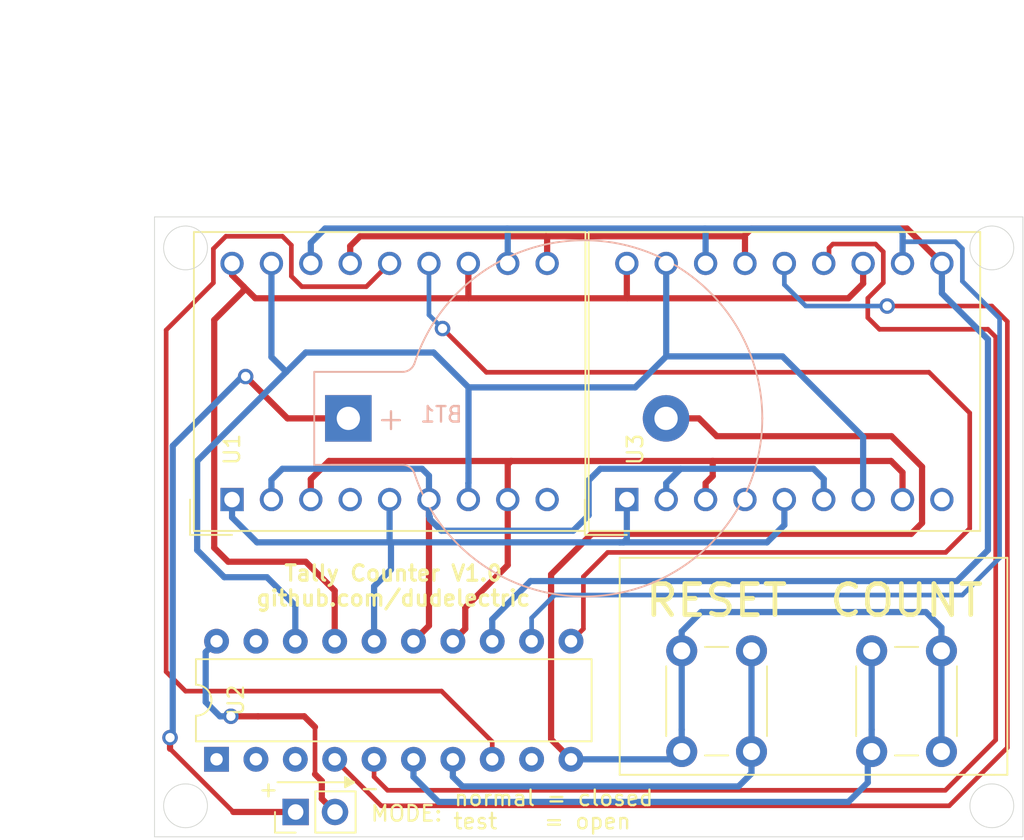
<source format=kicad_pcb>
(kicad_pcb (version 20171130) (host pcbnew "(5.1.5)-3")

  (general
    (thickness 1.6)
    (drawings 30)
    (tracks 241)
    (zones 0)
    (modules 7)
    (nets 17)
  )

  (page A4)
  (layers
    (0 F.Cu signal)
    (31 B.Cu signal)
    (32 B.Adhes user hide)
    (33 F.Adhes user hide)
    (34 B.Paste user)
    (35 F.Paste user hide)
    (36 B.SilkS user)
    (37 F.SilkS user)
    (38 B.Mask user hide)
    (39 F.Mask user hide)
    (40 Dwgs.User user)
    (41 Cmts.User user hide)
    (42 Eco1.User user hide)
    (43 Eco2.User user hide)
    (44 Edge.Cuts user)
    (45 Margin user hide)
    (46 B.CrtYd user hide)
    (47 F.CrtYd user hide)
    (48 B.Fab user hide)
    (49 F.Fab user hide)
  )

  (setup
    (last_trace_width 0.3)
    (user_trace_width 0.3)
    (user_trace_width 0.4)
    (trace_clearance 0.2)
    (zone_clearance 0.508)
    (zone_45_only no)
    (trace_min 0.2)
    (via_size 0.8)
    (via_drill 0.4)
    (via_min_size 0.4)
    (via_min_drill 0.3)
    (user_via 1 0.6)
    (uvia_size 0.3)
    (uvia_drill 0.1)
    (uvias_allowed no)
    (uvia_min_size 0.2)
    (uvia_min_drill 0.1)
    (edge_width 0.05)
    (segment_width 0.2)
    (pcb_text_width 0.3)
    (pcb_text_size 1.5 1.5)
    (mod_edge_width 0.12)
    (mod_text_size 1 1)
    (mod_text_width 0.15)
    (pad_size 1.524 1.524)
    (pad_drill 0.762)
    (pad_to_mask_clearance 0.051)
    (solder_mask_min_width 0.25)
    (aux_axis_origin 0 0)
    (visible_elements 7FFFFFFF)
    (pcbplotparams
      (layerselection 0x010fc_ffffffff)
      (usegerberextensions false)
      (usegerberattributes false)
      (usegerberadvancedattributes false)
      (creategerberjobfile false)
      (excludeedgelayer true)
      (linewidth 0.100000)
      (plotframeref false)
      (viasonmask false)
      (mode 1)
      (useauxorigin false)
      (hpglpennumber 1)
      (hpglpenspeed 20)
      (hpglpendiameter 15.000000)
      (psnegative false)
      (psa4output false)
      (plotreference true)
      (plotvalue true)
      (plotinvisibletext false)
      (padsonsilk false)
      (subtractmaskfromsilk false)
      (outputformat 1)
      (mirror false)
      (drillshape 1)
      (scaleselection 1)
      (outputdirectory ""))
  )

  (net 0 "")
  (net 1 GND)
  (net 2 "Net-(BT1-Pad1)")
  (net 3 "Net-(SW1-Pad1)")
  (net 4 "Net-(SW2-Pad1)")
  (net 5 "Net-(U1-Pad12)")
  (net 6 "Net-(U1-Pad17)")
  (net 7 "Net-(U1-Pad11)")
  (net 8 "Net-(U1-Pad10)")
  (net 9 "Net-(U1-Pad14)")
  (net 10 "Net-(U1-Pad13)")
  (net 11 "Net-(U1-Pad3)")
  (net 12 "Net-(U1-Pad2)")
  (net 13 "Net-(U1-Pad1)")
  (net 14 "Net-(U2-Pad4)")
  (net 15 "Net-(U2-Pad5)")
  (net 16 "Net-(J1-Pad2)")

  (net_class Default "This is the default net class."
    (clearance 0.2)
    (trace_width 0.25)
    (via_dia 0.8)
    (via_drill 0.4)
    (uvia_dia 0.3)
    (uvia_drill 0.1)
    (add_net GND)
    (add_net "Net-(BT1-Pad1)")
    (add_net "Net-(J1-Pad2)")
    (add_net "Net-(SW1-Pad1)")
    (add_net "Net-(SW2-Pad1)")
    (add_net "Net-(U1-Pad1)")
    (add_net "Net-(U1-Pad10)")
    (add_net "Net-(U1-Pad11)")
    (add_net "Net-(U1-Pad12)")
    (add_net "Net-(U1-Pad13)")
    (add_net "Net-(U1-Pad14)")
    (add_net "Net-(U1-Pad17)")
    (add_net "Net-(U1-Pad2)")
    (add_net "Net-(U1-Pad3)")
    (add_net "Net-(U2-Pad4)")
    (add_net "Net-(U2-Pad5)")
  )

  (module Battery:BatteryHolder_Keystone_103_1x20mm (layer B.Cu) (tedit 5787C32C) (tstamp 5EB65A31)
    (at 183.5 35)
    (descr http://www.keyelco.com/product-pdf.cfm?p=719)
    (tags "Keystone type 103 battery holder")
    (path /5EB88A9C)
    (fp_text reference BT1 (at 6 -0.25 180) (layer B.SilkS)
      (effects (font (size 1 1) (thickness 0.15)) (justify mirror))
    )
    (fp_text value Battery_Cell (at 15 -13 180) (layer B.Fab)
      (effects (font (size 1 1) (thickness 0.15)) (justify mirror))
    )
    (fp_text user + (at 2.75 0 180) (layer B.SilkS)
      (effects (font (size 1.5 1.5) (thickness 0.15)) (justify mirror))
    )
    (fp_text user %R (at 0 0 180) (layer B.Fab)
      (effects (font (size 1 1) (thickness 0.15)) (justify mirror))
    )
    (fp_arc (start 15.2 0) (end 4.01 -3.6) (angle 162.5) (layer B.CrtYd) (width 0.05))
    (fp_arc (start 15.2 0) (end 4.01 3.6) (angle -162.5) (layer B.CrtYd) (width 0.05))
    (fp_arc (start 3.5 -3.8) (end 3.5 -3.25) (angle -70) (layer B.CrtYd) (width 0.05))
    (fp_arc (start 3.5 3.8) (end 3.5 3.25) (angle 70) (layer B.CrtYd) (width 0.05))
    (fp_arc (start 15.2 0) (end 4.25 -3.5) (angle 162.5) (layer B.SilkS) (width 0.12))
    (fp_arc (start 3.5 -3.8) (end 3.5 -3) (angle -70) (layer B.SilkS) (width 0.12))
    (fp_arc (start 15.2 0) (end 4.25 3.5) (angle -162.5) (layer B.SilkS) (width 0.12))
    (fp_arc (start 3.5 3.8) (end 3.5 3) (angle 70) (layer B.SilkS) (width 0.12))
    (fp_arc (start 3.5 -3.8) (end 3.5 -2.9) (angle -70) (layer B.Fab) (width 0.1))
    (fp_arc (start 15.2 0) (end 4.35 -3.5) (angle 162.5) (layer B.Fab) (width 0.1))
    (fp_arc (start 15.2 0) (end 4.35 3.5) (angle -162.5) (layer B.Fab) (width 0.1))
    (fp_arc (start 15.2 0) (end 5.2 -1.3) (angle 180) (layer B.Fab) (width 0.1))
    (fp_line (start -2.45 3.25) (end 3.5 3.25) (layer B.CrtYd) (width 0.05))
    (fp_line (start -2.45 -3.25) (end 3.5 -3.25) (layer B.CrtYd) (width 0.05))
    (fp_line (start -2.45 -3.25) (end -2.45 3.25) (layer B.CrtYd) (width 0.05))
    (fp_line (start -2.2 3) (end 3.5 3) (layer B.SilkS) (width 0.12))
    (fp_line (start -2.2 -3) (end -2.2 3) (layer B.SilkS) (width 0.12))
    (fp_line (start -2.2 -3) (end 3.5 -3) (layer B.SilkS) (width 0.12))
    (fp_arc (start 15.2 0) (end 9 -1.3) (angle 170) (layer B.Fab) (width 0.1))
    (fp_arc (start 15.2 0) (end 13.3 -1.3) (angle 150) (layer B.Fab) (width 0.1))
    (fp_line (start 23.5712 -7.7216) (end 22.6568 -6.8834) (layer B.Fab) (width 0.1))
    (fp_line (start 23.5712 7.7216) (end 22.6314 6.858) (layer B.Fab) (width 0.1))
    (fp_arc (start 15.2 0) (end 13.3 1.3) (angle -150) (layer B.Fab) (width 0.1))
    (fp_arc (start 15.2 0) (end 9 1.3) (angle -170) (layer B.Fab) (width 0.1))
    (fp_arc (start 15.2 0) (end 5.2 1.3) (angle -180) (layer B.Fab) (width 0.1))
    (fp_line (start 3.5306 2.9) (end -1.7 2.9) (layer B.Fab) (width 0.1))
    (fp_line (start -1.7 -2.9) (end 3.5306 -2.9) (layer B.Fab) (width 0.1))
    (fp_line (start -2.1 2.5) (end -2.1 -2.5) (layer B.Fab) (width 0.1))
    (fp_line (start 0 -1.3) (end 16.2 -1.3) (layer B.Fab) (width 0.1))
    (fp_line (start 16.2 1.3) (end 0 1.3) (layer B.Fab) (width 0.1))
    (fp_arc (start 3.5 3.8) (end 3.5 2.9) (angle 70) (layer B.Fab) (width 0.1))
    (fp_arc (start 16.2 0) (end 16.2 1.3) (angle -180) (layer B.Fab) (width 0.1))
    (fp_line (start 0 1.3) (end 0 -1.3) (layer B.Fab) (width 0.1))
    (fp_arc (start -1.7 -2.5) (end -2.1 -2.5) (angle 90) (layer B.Fab) (width 0.1))
    (fp_arc (start -1.7 2.5) (end -2.1 2.5) (angle -90) (layer B.Fab) (width 0.1))
    (pad 2 thru_hole circle (at 20.49 0) (size 3 3) (drill 1.5) (layers *.Cu *.Mask)
      (net 1 GND))
    (pad 1 thru_hole rect (at 0 0) (size 3 3) (drill 1.5) (layers *.Cu *.Mask)
      (net 2 "Net-(BT1-Pad1)"))
    (model ${KISYS3DMOD}/Battery.3dshapes/BatteryHolder_Keystone_103_1x20mm.wrl
      (at (xyz 0 0 0))
      (scale (xyz 1 1 1))
      (rotate (xyz 0 0 0))
    )
  )

  (module Button_Switch_THT:SW_PUSH_6mm_H7.3mm (layer F.Cu) (tedit 5A02FE31) (tstamp 5EB65A50)
    (at 217.25 56.5 90)
    (descr "tactile push button, 6x6mm e.g. PHAP33xx series, height=7.3mm")
    (tags "tact sw push 6mm")
    (path /5EB87C7A)
    (fp_text reference COUNT (at 9.75 2.25 180) (layer F.SilkS)
      (effects (font (size 2 2) (thickness 0.3)))
    )
    (fp_text value COUNT (at 3.75 6.7 90) (layer F.Fab)
      (effects (font (size 1 1) (thickness 0.15)))
    )
    (fp_circle (center 3.25 2.25) (end 1.25 2.5) (layer F.Fab) (width 0.1))
    (fp_line (start 6.75 3) (end 6.75 1.5) (layer F.SilkS) (width 0.12))
    (fp_line (start 5.5 -1) (end 1 -1) (layer F.SilkS) (width 0.12))
    (fp_line (start -0.25 1.5) (end -0.25 3) (layer F.SilkS) (width 0.12))
    (fp_line (start 1 5.5) (end 5.5 5.5) (layer F.SilkS) (width 0.12))
    (fp_line (start 8 -1.25) (end 8 5.75) (layer F.CrtYd) (width 0.05))
    (fp_line (start 7.75 6) (end -1.25 6) (layer F.CrtYd) (width 0.05))
    (fp_line (start -1.5 5.75) (end -1.5 -1.25) (layer F.CrtYd) (width 0.05))
    (fp_line (start -1.25 -1.5) (end 7.75 -1.5) (layer F.CrtYd) (width 0.05))
    (fp_line (start -1.5 6) (end -1.25 6) (layer F.CrtYd) (width 0.05))
    (fp_line (start -1.5 5.75) (end -1.5 6) (layer F.CrtYd) (width 0.05))
    (fp_line (start -1.5 -1.5) (end -1.25 -1.5) (layer F.CrtYd) (width 0.05))
    (fp_line (start -1.5 -1.25) (end -1.5 -1.5) (layer F.CrtYd) (width 0.05))
    (fp_line (start 8 -1.5) (end 8 -1.25) (layer F.CrtYd) (width 0.05))
    (fp_line (start 7.75 -1.5) (end 8 -1.5) (layer F.CrtYd) (width 0.05))
    (fp_line (start 8 6) (end 8 5.75) (layer F.CrtYd) (width 0.05))
    (fp_line (start 7.75 6) (end 8 6) (layer F.CrtYd) (width 0.05))
    (fp_line (start 0.25 -0.75) (end 3.25 -0.75) (layer F.Fab) (width 0.1))
    (fp_line (start 0.25 5.25) (end 0.25 -0.75) (layer F.Fab) (width 0.1))
    (fp_line (start 6.25 5.25) (end 0.25 5.25) (layer F.Fab) (width 0.1))
    (fp_line (start 6.25 -0.75) (end 6.25 5.25) (layer F.Fab) (width 0.1))
    (fp_line (start 3.25 -0.75) (end 6.25 -0.75) (layer F.Fab) (width 0.1))
    (fp_text user %R (at 3.25 2.25 90) (layer F.Fab)
      (effects (font (size 1 1) (thickness 0.15)))
    )
    (pad 1 thru_hole circle (at 6.5 0 180) (size 2 2) (drill 1.1) (layers *.Cu *.Mask)
      (net 3 "Net-(SW1-Pad1)"))
    (pad 2 thru_hole circle (at 6.5 4.5 180) (size 2 2) (drill 1.1) (layers *.Cu *.Mask)
      (net 1 GND))
    (pad 1 thru_hole circle (at 0 0 180) (size 2 2) (drill 1.1) (layers *.Cu *.Mask)
      (net 3 "Net-(SW1-Pad1)"))
    (pad 2 thru_hole circle (at 0 4.5 180) (size 2 2) (drill 1.1) (layers *.Cu *.Mask)
      (net 1 GND))
    (model ${KISYS3DMOD}/Button_Switch_THT.3dshapes/SW_PUSH_6mm_H7.3mm.wrl
      (at (xyz 0 0 0))
      (scale (xyz 1 1 1))
      (rotate (xyz 0 0 0))
    )
  )

  (module Button_Switch_THT:SW_PUSH_6mm_H7.3mm (layer F.Cu) (tedit 5A02FE31) (tstamp 5EB65A6F)
    (at 209.5 50 270)
    (descr "tactile push button, 6x6mm e.g. PHAP33xx series, height=7.3mm")
    (tags "tact sw push 6mm")
    (path /5EB885C3)
    (fp_text reference RESET (at -3.25 2.25 180) (layer F.SilkS)
      (effects (font (size 2 2) (thickness 0.3)))
    )
    (fp_text value RESET (at 3.75 6.7 90) (layer F.Fab)
      (effects (font (size 1 1) (thickness 0.15)))
    )
    (fp_text user %R (at 3.25 2.25 90) (layer F.Fab)
      (effects (font (size 1 1) (thickness 0.15)))
    )
    (fp_line (start 3.25 -0.75) (end 6.25 -0.75) (layer F.Fab) (width 0.1))
    (fp_line (start 6.25 -0.75) (end 6.25 5.25) (layer F.Fab) (width 0.1))
    (fp_line (start 6.25 5.25) (end 0.25 5.25) (layer F.Fab) (width 0.1))
    (fp_line (start 0.25 5.25) (end 0.25 -0.75) (layer F.Fab) (width 0.1))
    (fp_line (start 0.25 -0.75) (end 3.25 -0.75) (layer F.Fab) (width 0.1))
    (fp_line (start 7.75 6) (end 8 6) (layer F.CrtYd) (width 0.05))
    (fp_line (start 8 6) (end 8 5.75) (layer F.CrtYd) (width 0.05))
    (fp_line (start 7.75 -1.5) (end 8 -1.5) (layer F.CrtYd) (width 0.05))
    (fp_line (start 8 -1.5) (end 8 -1.25) (layer F.CrtYd) (width 0.05))
    (fp_line (start -1.5 -1.25) (end -1.5 -1.5) (layer F.CrtYd) (width 0.05))
    (fp_line (start -1.5 -1.5) (end -1.25 -1.5) (layer F.CrtYd) (width 0.05))
    (fp_line (start -1.5 5.75) (end -1.5 6) (layer F.CrtYd) (width 0.05))
    (fp_line (start -1.5 6) (end -1.25 6) (layer F.CrtYd) (width 0.05))
    (fp_line (start -1.25 -1.5) (end 7.75 -1.5) (layer F.CrtYd) (width 0.05))
    (fp_line (start -1.5 5.75) (end -1.5 -1.25) (layer F.CrtYd) (width 0.05))
    (fp_line (start 7.75 6) (end -1.25 6) (layer F.CrtYd) (width 0.05))
    (fp_line (start 8 -1.25) (end 8 5.75) (layer F.CrtYd) (width 0.05))
    (fp_line (start 1 5.5) (end 5.5 5.5) (layer F.SilkS) (width 0.12))
    (fp_line (start -0.25 1.5) (end -0.25 3) (layer F.SilkS) (width 0.12))
    (fp_line (start 5.5 -1) (end 1 -1) (layer F.SilkS) (width 0.12))
    (fp_line (start 6.75 3) (end 6.75 1.5) (layer F.SilkS) (width 0.12))
    (fp_circle (center 3.25 2.25) (end 1.25 2.5) (layer F.Fab) (width 0.1))
    (pad 2 thru_hole circle (at 0 4.5) (size 2 2) (drill 1.1) (layers *.Cu *.Mask)
      (net 1 GND))
    (pad 1 thru_hole circle (at 0 0) (size 2 2) (drill 1.1) (layers *.Cu *.Mask)
      (net 4 "Net-(SW2-Pad1)"))
    (pad 2 thru_hole circle (at 6.5 4.5) (size 2 2) (drill 1.1) (layers *.Cu *.Mask)
      (net 1 GND))
    (pad 1 thru_hole circle (at 6.5 0) (size 2 2) (drill 1.1) (layers *.Cu *.Mask)
      (net 4 "Net-(SW2-Pad1)"))
    (model ${KISYS3DMOD}/Button_Switch_THT.3dshapes/SW_PUSH_6mm_H7.3mm.wrl
      (at (xyz 0 0 0))
      (scale (xyz 1 1 1))
      (rotate (xyz 0 0 0))
    )
  )

  (module Display_7Segment:DA56-11CGKWA (layer F.Cu) (tedit 5A02FE84) (tstamp 5EB65A95)
    (at 176 40.24 90)
    (descr "http://www.kingbright.com/attachments/file/psearch/000/00/00/DA56-11CGKWA(Ver.16A).pdf")
    (tags "Double digit seven segment green LED display")
    (path /5EB5EB38)
    (fp_text reference U1 (at 3.24 0 90) (layer F.SilkS)
      (effects (font (size 1 1) (thickness 0.15)))
    )
    (fp_text value DA56-11GWA (at 7.24 7 90) (layer F.Fab)
      (effects (font (size 1 1) (thickness 0.15)))
    )
    (fp_line (start -1.905 22.66) (end -1.905 -1.34) (layer F.Fab) (width 0.1))
    (fp_line (start 17.145 22.66) (end -1.905 22.66) (layer F.Fab) (width 0.1))
    (fp_line (start 17.145 -2.34) (end 17.145 22.66) (layer F.Fab) (width 0.1))
    (fp_line (start -0.905 -2.34) (end 17.145 -2.34) (layer F.Fab) (width 0.1))
    (fp_text user %R (at 8 10 90) (layer F.Fab)
      (effects (font (size 1 1) (thickness 0.15)))
    )
    (fp_line (start -2.025 22.79) (end -2.025 -2.46) (layer F.SilkS) (width 0.12))
    (fp_line (start 17.265 22.79) (end -2.025 22.79) (layer F.SilkS) (width 0.12))
    (fp_line (start 17.265 -2.46) (end 17.265 22.79) (layer F.SilkS) (width 0.12))
    (fp_line (start -2.025 -2.46) (end 17.265 -2.46) (layer F.SilkS) (width 0.12))
    (fp_line (start -1.905 -1.34) (end -0.905 -2.34) (layer F.Fab) (width 0.1))
    (fp_line (start -2.16 22.92) (end -2.16 -2.59) (layer F.CrtYd) (width 0.05))
    (fp_line (start 17.39 22.92) (end -2.16 22.92) (layer F.CrtYd) (width 0.05))
    (fp_line (start 17.39 -2.59) (end 17.39 22.92) (layer F.CrtYd) (width 0.05))
    (fp_line (start -2.16 -2.59) (end 17.39 -2.59) (layer F.CrtYd) (width 0.05))
    (fp_line (start -2.28 -2.71) (end -2.28 0) (layer F.SilkS) (width 0.12))
    (fp_line (start -2.28 -2.71) (end 0 -2.71) (layer F.SilkS) (width 0.12))
    (pad 18 thru_hole circle (at 15.24 0 90) (size 1.5 1.5) (drill 1) (layers *.Cu *.Mask)
      (net 5 "Net-(U1-Pad12)"))
    (pad 17 thru_hole circle (at 15.24 2.54 90) (size 1.5 1.5) (drill 1) (layers *.Cu *.Mask)
      (net 6 "Net-(U1-Pad17)"))
    (pad 16 thru_hole circle (at 15.24 5.08 90) (size 1.5 1.5) (drill 1) (layers *.Cu *.Mask)
      (net 7 "Net-(U1-Pad11)"))
    (pad 15 thru_hole circle (at 15.24 7.62 90) (size 1.5 1.5) (drill 1) (layers *.Cu *.Mask)
      (net 8 "Net-(U1-Pad10)"))
    (pad 14 thru_hole circle (at 15.24 10.16 90) (size 1.5 1.5) (drill 1) (layers *.Cu *.Mask)
      (net 9 "Net-(U1-Pad14)"))
    (pad 13 thru_hole circle (at 15.24 12.7 90) (size 1.5 1.5) (drill 1) (layers *.Cu *.Mask)
      (net 10 "Net-(U1-Pad13)"))
    (pad 12 thru_hole circle (at 15.24 15.24 90) (size 1.5 1.5) (drill 1) (layers *.Cu *.Mask)
      (net 5 "Net-(U1-Pad12)"))
    (pad 11 thru_hole circle (at 15.24 17.78 90) (size 1.5 1.5) (drill 1) (layers *.Cu *.Mask)
      (net 7 "Net-(U1-Pad11)"))
    (pad 10 thru_hole circle (at 15.24 20.32 90) (size 1.5 1.5) (drill 1) (layers *.Cu *.Mask)
      (net 8 "Net-(U1-Pad10)"))
    (pad 9 thru_hole circle (at 0 20.32 90) (size 1.5 1.5) (drill 1) (layers *.Cu *.Mask))
    (pad 8 thru_hole circle (at 0 17.78 90) (size 1.5 1.5) (drill 1) (layers *.Cu *.Mask)
      (net 11 "Net-(U1-Pad3)"))
    (pad 7 thru_hole circle (at 0 15.24 90) (size 1.5 1.5) (drill 1) (layers *.Cu *.Mask)
      (net 6 "Net-(U1-Pad17)"))
    (pad 6 thru_hole circle (at 0 12.7 90) (size 1.5 1.5) (drill 1) (layers *.Cu *.Mask)
      (net 12 "Net-(U1-Pad2)"))
    (pad 5 thru_hole circle (at 0 10.16 90) (size 1.5 1.5) (drill 1) (layers *.Cu *.Mask)
      (net 13 "Net-(U1-Pad1)"))
    (pad 4 thru_hole circle (at 0 7.62 90) (size 1.5 1.5) (drill 1) (layers *.Cu *.Mask))
    (pad 3 thru_hole circle (at 0 5.08 90) (size 1.5 1.5) (drill 1) (layers *.Cu *.Mask)
      (net 11 "Net-(U1-Pad3)"))
    (pad 2 thru_hole circle (at 0 2.54 90) (size 1.5 1.5) (drill 1) (layers *.Cu *.Mask)
      (net 12 "Net-(U1-Pad2)"))
    (pad 1 thru_hole rect (at 0 0 90) (size 1.5 1.5) (drill 1) (layers *.Cu *.Mask)
      (net 13 "Net-(U1-Pad1)"))
    (model ${KISYS3DMOD}/Display_7Segment.3dshapes/DA56-11CGKWA.wrl
      (at (xyz 0 0 0))
      (scale (xyz 1 1 1))
      (rotate (xyz 0 0 0))
    )
  )

  (module Package_DIP:DIP-20_W7.62mm (layer F.Cu) (tedit 5A02E8C5) (tstamp 5EB65ABD)
    (at 175 57 90)
    (descr "20-lead though-hole mounted DIP package, row spacing 7.62 mm (300 mils)")
    (tags "THT DIP DIL PDIP 2.54mm 7.62mm 300mil")
    (path /5EB6CC5B)
    (fp_text reference U2 (at 3.81 1.25 90) (layer F.SilkS)
      (effects (font (size 1 1) (thickness 0.15)))
    )
    (fp_text value ATtiny2313-20PU (at 3.81 25.19 90) (layer F.Fab)
      (effects (font (size 1 1) (thickness 0.15)))
    )
    (fp_arc (start 3.81 -1.33) (end 2.81 -1.33) (angle -180) (layer F.SilkS) (width 0.12))
    (fp_line (start 1.635 -1.27) (end 6.985 -1.27) (layer F.Fab) (width 0.1))
    (fp_line (start 6.985 -1.27) (end 6.985 24.13) (layer F.Fab) (width 0.1))
    (fp_line (start 6.985 24.13) (end 0.635 24.13) (layer F.Fab) (width 0.1))
    (fp_line (start 0.635 24.13) (end 0.635 -0.27) (layer F.Fab) (width 0.1))
    (fp_line (start 0.635 -0.27) (end 1.635 -1.27) (layer F.Fab) (width 0.1))
    (fp_line (start 2.81 -1.33) (end 1.16 -1.33) (layer F.SilkS) (width 0.12))
    (fp_line (start 1.16 -1.33) (end 1.16 24.19) (layer F.SilkS) (width 0.12))
    (fp_line (start 1.16 24.19) (end 6.46 24.19) (layer F.SilkS) (width 0.12))
    (fp_line (start 6.46 24.19) (end 6.46 -1.33) (layer F.SilkS) (width 0.12))
    (fp_line (start 6.46 -1.33) (end 4.81 -1.33) (layer F.SilkS) (width 0.12))
    (fp_line (start -1.1 -1.55) (end -1.1 24.4) (layer F.CrtYd) (width 0.05))
    (fp_line (start -1.1 24.4) (end 8.7 24.4) (layer F.CrtYd) (width 0.05))
    (fp_line (start 8.7 24.4) (end 8.7 -1.55) (layer F.CrtYd) (width 0.05))
    (fp_line (start 8.7 -1.55) (end -1.1 -1.55) (layer F.CrtYd) (width 0.05))
    (fp_text user %R (at 3.81 11.43 90) (layer F.Fab)
      (effects (font (size 1 1) (thickness 0.15)))
    )
    (pad 1 thru_hole rect (at 0 0 90) (size 1.6 1.6) (drill 0.8) (layers *.Cu *.Mask))
    (pad 11 thru_hole oval (at 7.62 22.86 90) (size 1.6 1.6) (drill 0.8) (layers *.Cu *.Mask)
      (net 10 "Net-(U1-Pad13)"))
    (pad 2 thru_hole oval (at 0 2.54 90) (size 1.6 1.6) (drill 0.8) (layers *.Cu *.Mask))
    (pad 12 thru_hole oval (at 7.62 20.32 90) (size 1.6 1.6) (drill 0.8) (layers *.Cu *.Mask)
      (net 7 "Net-(U1-Pad11)"))
    (pad 3 thru_hole oval (at 0 5.08 90) (size 1.6 1.6) (drill 0.8) (layers *.Cu *.Mask))
    (pad 13 thru_hole oval (at 7.62 17.78 90) (size 1.6 1.6) (drill 0.8) (layers *.Cu *.Mask)
      (net 8 "Net-(U1-Pad10)"))
    (pad 4 thru_hole oval (at 0 7.62 90) (size 1.6 1.6) (drill 0.8) (layers *.Cu *.Mask)
      (net 14 "Net-(U2-Pad4)"))
    (pad 14 thru_hole oval (at 7.62 15.24 90) (size 1.6 1.6) (drill 0.8) (layers *.Cu *.Mask)
      (net 11 "Net-(U1-Pad3)"))
    (pad 5 thru_hole oval (at 0 10.16 90) (size 1.6 1.6) (drill 0.8) (layers *.Cu *.Mask)
      (net 15 "Net-(U2-Pad5)"))
    (pad 15 thru_hole oval (at 7.62 12.7 90) (size 1.6 1.6) (drill 0.8) (layers *.Cu *.Mask)
      (net 12 "Net-(U1-Pad2)"))
    (pad 6 thru_hole oval (at 0 12.7 90) (size 1.6 1.6) (drill 0.8) (layers *.Cu *.Mask)
      (net 3 "Net-(SW1-Pad1)"))
    (pad 16 thru_hole oval (at 7.62 10.16 90) (size 1.6 1.6) (drill 0.8) (layers *.Cu *.Mask)
      (net 13 "Net-(U1-Pad1)"))
    (pad 7 thru_hole oval (at 0 15.24 90) (size 1.6 1.6) (drill 0.8) (layers *.Cu *.Mask)
      (net 4 "Net-(SW2-Pad1)"))
    (pad 17 thru_hole oval (at 7.62 7.62 90) (size 1.6 1.6) (drill 0.8) (layers *.Cu *.Mask)
      (net 5 "Net-(U1-Pad12)"))
    (pad 8 thru_hole oval (at 0 17.78 90) (size 1.6 1.6) (drill 0.8) (layers *.Cu *.Mask)
      (net 9 "Net-(U1-Pad14)"))
    (pad 18 thru_hole oval (at 7.62 5.08 90) (size 1.6 1.6) (drill 0.8) (layers *.Cu *.Mask)
      (net 6 "Net-(U1-Pad17)"))
    (pad 9 thru_hole oval (at 0 20.32 90) (size 1.6 1.6) (drill 0.8) (layers *.Cu *.Mask))
    (pad 19 thru_hole oval (at 7.62 2.54 90) (size 1.6 1.6) (drill 0.8) (layers *.Cu *.Mask))
    (pad 10 thru_hole oval (at 0 22.86 90) (size 1.6 1.6) (drill 0.8) (layers *.Cu *.Mask)
      (net 1 GND))
    (pad 20 thru_hole oval (at 7.62 0 90) (size 1.6 1.6) (drill 0.8) (layers *.Cu *.Mask)
      (net 16 "Net-(J1-Pad2)"))
    (model ${KISYS3DMOD}/Package_DIP.3dshapes/DIP-20_W7.62mm.wrl
      (at (xyz 0 0 0))
      (scale (xyz 1 1 1))
      (rotate (xyz 0 0 0))
    )
  )

  (module Display_7Segment:DA56-11CGKWA (layer F.Cu) (tedit 5A02FE84) (tstamp 5EB65AE3)
    (at 201.46 40.24 90)
    (descr "http://www.kingbright.com/attachments/file/psearch/000/00/00/DA56-11CGKWA(Ver.16A).pdf")
    (tags "Double digit seven segment green LED display")
    (path /5EB64C83)
    (fp_text reference U3 (at 3.24 0.54 90) (layer F.SilkS)
      (effects (font (size 1 1) (thickness 0.15)))
    )
    (fp_text value DA56-11GWA (at 7.24 6.54 90) (layer F.Fab)
      (effects (font (size 1 1) (thickness 0.15)))
    )
    (fp_line (start -2.28 -2.71) (end 0 -2.71) (layer F.SilkS) (width 0.12))
    (fp_line (start -2.28 -2.71) (end -2.28 0) (layer F.SilkS) (width 0.12))
    (fp_line (start -2.16 -2.59) (end 17.39 -2.59) (layer F.CrtYd) (width 0.05))
    (fp_line (start 17.39 -2.59) (end 17.39 22.92) (layer F.CrtYd) (width 0.05))
    (fp_line (start 17.39 22.92) (end -2.16 22.92) (layer F.CrtYd) (width 0.05))
    (fp_line (start -2.16 22.92) (end -2.16 -2.59) (layer F.CrtYd) (width 0.05))
    (fp_line (start -1.905 -1.34) (end -0.905 -2.34) (layer F.Fab) (width 0.1))
    (fp_line (start -2.025 -2.46) (end 17.265 -2.46) (layer F.SilkS) (width 0.12))
    (fp_line (start 17.265 -2.46) (end 17.265 22.79) (layer F.SilkS) (width 0.12))
    (fp_line (start 17.265 22.79) (end -2.025 22.79) (layer F.SilkS) (width 0.12))
    (fp_line (start -2.025 22.79) (end -2.025 -2.46) (layer F.SilkS) (width 0.12))
    (fp_text user %R (at 8 10 90) (layer F.Fab)
      (effects (font (size 1 1) (thickness 0.15)))
    )
    (fp_line (start -0.905 -2.34) (end 17.145 -2.34) (layer F.Fab) (width 0.1))
    (fp_line (start 17.145 -2.34) (end 17.145 22.66) (layer F.Fab) (width 0.1))
    (fp_line (start 17.145 22.66) (end -1.905 22.66) (layer F.Fab) (width 0.1))
    (fp_line (start -1.905 22.66) (end -1.905 -1.34) (layer F.Fab) (width 0.1))
    (pad 1 thru_hole rect (at 0 0 90) (size 1.5 1.5) (drill 1) (layers *.Cu *.Mask)
      (net 13 "Net-(U1-Pad1)"))
    (pad 2 thru_hole circle (at 0 2.54 90) (size 1.5 1.5) (drill 1) (layers *.Cu *.Mask)
      (net 12 "Net-(U1-Pad2)"))
    (pad 3 thru_hole circle (at 0 5.08 90) (size 1.5 1.5) (drill 1) (layers *.Cu *.Mask)
      (net 11 "Net-(U1-Pad3)"))
    (pad 4 thru_hole circle (at 0 7.62 90) (size 1.5 1.5) (drill 1) (layers *.Cu *.Mask))
    (pad 5 thru_hole circle (at 0 10.16 90) (size 1.5 1.5) (drill 1) (layers *.Cu *.Mask)
      (net 13 "Net-(U1-Pad1)"))
    (pad 6 thru_hole circle (at 0 12.7 90) (size 1.5 1.5) (drill 1) (layers *.Cu *.Mask)
      (net 12 "Net-(U1-Pad2)"))
    (pad 7 thru_hole circle (at 0 15.24 90) (size 1.5 1.5) (drill 1) (layers *.Cu *.Mask)
      (net 6 "Net-(U1-Pad17)"))
    (pad 8 thru_hole circle (at 0 17.78 90) (size 1.5 1.5) (drill 1) (layers *.Cu *.Mask)
      (net 11 "Net-(U1-Pad3)"))
    (pad 9 thru_hole circle (at 0 20.32 90) (size 1.5 1.5) (drill 1) (layers *.Cu *.Mask))
    (pad 10 thru_hole circle (at 15.24 20.32 90) (size 1.5 1.5) (drill 1) (layers *.Cu *.Mask)
      (net 8 "Net-(U1-Pad10)"))
    (pad 11 thru_hole circle (at 15.24 17.78 90) (size 1.5 1.5) (drill 1) (layers *.Cu *.Mask)
      (net 7 "Net-(U1-Pad11)"))
    (pad 12 thru_hole circle (at 15.24 15.24 90) (size 1.5 1.5) (drill 1) (layers *.Cu *.Mask)
      (net 5 "Net-(U1-Pad12)"))
    (pad 13 thru_hole circle (at 15.24 12.7 90) (size 1.5 1.5) (drill 1) (layers *.Cu *.Mask)
      (net 15 "Net-(U2-Pad5)"))
    (pad 14 thru_hole circle (at 15.24 10.16 90) (size 1.5 1.5) (drill 1) (layers *.Cu *.Mask)
      (net 14 "Net-(U2-Pad4)"))
    (pad 15 thru_hole circle (at 15.24 7.62 90) (size 1.5 1.5) (drill 1) (layers *.Cu *.Mask)
      (net 8 "Net-(U1-Pad10)"))
    (pad 16 thru_hole circle (at 15.24 5.08 90) (size 1.5 1.5) (drill 1) (layers *.Cu *.Mask)
      (net 7 "Net-(U1-Pad11)"))
    (pad 17 thru_hole circle (at 15.24 2.54 90) (size 1.5 1.5) (drill 1) (layers *.Cu *.Mask)
      (net 6 "Net-(U1-Pad17)"))
    (pad 18 thru_hole circle (at 15.24 0 90) (size 1.5 1.5) (drill 1) (layers *.Cu *.Mask)
      (net 5 "Net-(U1-Pad12)"))
    (model ${KISYS3DMOD}/Display_7Segment.3dshapes/DA56-11CGKWA.wrl
      (at (xyz 0 0 0))
      (scale (xyz 1 1 1))
      (rotate (xyz 0 0 0))
    )
  )

  (module Connector_PinHeader_2.54mm:PinHeader_1x02_P2.54mm_Vertical (layer F.Cu) (tedit 59FED5CC) (tstamp 5EE9BA48)
    (at 180.1 60.4 90)
    (descr "Through hole straight pin header, 1x02, 2.54mm pitch, single row")
    (tags "Through hole pin header THT 1x02 2.54mm single row")
    (path /5EEADC40)
    (fp_text reference J1 (at 0.71 -2.43 180) (layer F.SilkS) hide
      (effects (font (size 1 1) (thickness 0.15)))
    )
    (fp_text value Conn_01x02 (at 0 4.87 90) (layer F.Fab)
      (effects (font (size 1 1) (thickness 0.15)))
    )
    (fp_line (start -0.635 -1.27) (end 1.27 -1.27) (layer F.Fab) (width 0.1))
    (fp_line (start 1.27 -1.27) (end 1.27 3.81) (layer F.Fab) (width 0.1))
    (fp_line (start 1.27 3.81) (end -1.27 3.81) (layer F.Fab) (width 0.1))
    (fp_line (start -1.27 3.81) (end -1.27 -0.635) (layer F.Fab) (width 0.1))
    (fp_line (start -1.27 -0.635) (end -0.635 -1.27) (layer F.Fab) (width 0.1))
    (fp_line (start -1.33 3.87) (end 1.33 3.87) (layer F.SilkS) (width 0.12))
    (fp_line (start -1.33 1.27) (end -1.33 3.87) (layer F.SilkS) (width 0.12))
    (fp_line (start 1.33 1.27) (end 1.33 3.87) (layer F.SilkS) (width 0.12))
    (fp_line (start -1.33 1.27) (end 1.33 1.27) (layer F.SilkS) (width 0.12))
    (fp_line (start -1.33 0) (end -1.33 -1.33) (layer F.SilkS) (width 0.12))
    (fp_line (start -1.33 -1.33) (end 0 -1.33) (layer F.SilkS) (width 0.12))
    (fp_line (start -1.8 -1.8) (end -1.8 4.35) (layer F.CrtYd) (width 0.05))
    (fp_line (start -1.8 4.35) (end 1.8 4.35) (layer F.CrtYd) (width 0.05))
    (fp_line (start 1.8 4.35) (end 1.8 -1.8) (layer F.CrtYd) (width 0.05))
    (fp_line (start 1.8 -1.8) (end -1.8 -1.8) (layer F.CrtYd) (width 0.05))
    (fp_text user %R (at 0 1.27) (layer F.Fab)
      (effects (font (size 1 1) (thickness 0.15)))
    )
    (pad 1 thru_hole rect (at 0 0 90) (size 1.7 1.7) (drill 1) (layers *.Cu *.Mask)
      (net 2 "Net-(BT1-Pad1)"))
    (pad 2 thru_hole oval (at 0 2.54 90) (size 1.7 1.7) (drill 1) (layers *.Cu *.Mask)
      (net 16 "Net-(J1-Pad2)"))
    (model ${KISYS3DMOD}/Connector_PinHeader_2.54mm.3dshapes/PinHeader_1x02_P2.54mm_Vertical.wrl
      (at (xyz 0 0 0))
      (scale (xyz 1 1 1))
      (rotate (xyz 0 0 0))
    )
  )

  (gr_text "test    = open" (at 196 61) (layer F.SilkS)
    (effects (font (size 1 1) (thickness 0.15)))
  )
  (gr_text "normal = closed" (at 196.75 59.5) (layer F.SilkS)
    (effects (font (size 1 1) (thickness 0.15)))
  )
  (gr_text - (at 184.88 58.85) (layer F.SilkS)
    (effects (font (size 1 1) (thickness 0.15)))
  )
  (gr_text + (at 178.35 58.93) (layer F.SilkS)
    (effects (font (size 1 1) (thickness 0.15)))
  )
  (gr_text "MODE:\n" (at 187.25 60.5) (layer F.SilkS)
    (effects (font (size 1 1) (thickness 0.15)))
  )
  (gr_line (start 183.33 58.29) (end 183.65 58.43) (layer F.SilkS) (width 0.12))
  (gr_line (start 183.32 58.39) (end 183.42 58.45) (layer F.SilkS) (width 0.12))
  (gr_line (start 183.33 58.59) (end 183.47 58.54) (layer F.SilkS) (width 0.12))
  (gr_line (start 183.35 58.66) (end 183.63 58.54) (layer F.SilkS) (width 0.12))
  (gr_line (start 183.29 58.8) (end 183.87 58.5) (layer F.SilkS) (width 0.12))
  (gr_line (start 183.29 58.15) (end 183.29 58.8) (layer F.SilkS) (width 0.12))
  (gr_line (start 183.87 58.48) (end 183.29 58.15) (layer F.SilkS) (width 0.12))
  (gr_line (start 178.93 58.48) (end 183.87 58.48) (layer F.SilkS) (width 0.12))
  (gr_line (start 226 44) (end 201 44) (layer F.SilkS) (width 0.12) (tstamp 5EE99F54))
  (gr_line (start 226 58) (end 226 44) (layer F.SilkS) (width 0.12))
  (gr_line (start 225 58) (end 226 58) (layer F.SilkS) (width 0.12))
  (gr_line (start 201 58) (end 225 58) (layer F.SilkS) (width 0.12))
  (gr_line (start 201 44) (end 201 58) (layer F.SilkS) (width 0.12))
  (gr_text "Tally Counter V1.0\ngithub.com/dudelectric\n" (at 186.4 45.8) (layer F.SilkS)
    (effects (font (size 1 1) (thickness 0.2)))
  )
  (gr_circle (center 173 24) (end 174 25) (layer Edge.Cuts) (width 0.05))
  (gr_circle (center 173 60) (end 174 61) (layer Edge.Cuts) (width 0.05))
  (gr_circle (center 225 60) (end 226 61) (layer Edge.Cuts) (width 0.05))
  (gr_circle (center 225 24) (end 226 25) (layer Edge.Cuts) (width 0.05))
  (dimension 40 (width 0.15) (layer Dwgs.User)
    (gr_text "40,000 mm" (at 164.7 42 270) (layer Dwgs.User)
      (effects (font (size 1 1) (thickness 0.15)))
    )
    (feature1 (pts (xy 171 62) (xy 165.413579 62)))
    (feature2 (pts (xy 171 22) (xy 165.413579 22)))
    (crossbar (pts (xy 166 22) (xy 166 62)))
    (arrow1a (pts (xy 166 62) (xy 165.413579 60.873496)))
    (arrow1b (pts (xy 166 62) (xy 166.586421 60.873496)))
    (arrow2a (pts (xy 166 22) (xy 165.413579 23.126504)))
    (arrow2b (pts (xy 166 22) (xy 166.586421 23.126504)))
  )
  (dimension 28 (width 0.15) (layer Dwgs.User)
    (gr_text "28,000 mm" (at 185 8.7) (layer Dwgs.User)
      (effects (font (size 1 1) (thickness 0.15)))
    )
    (feature1 (pts (xy 199 22) (xy 199 9.413579)))
    (feature2 (pts (xy 171 22) (xy 171 9.413579)))
    (crossbar (pts (xy 171 10) (xy 199 10)))
    (arrow1a (pts (xy 199 10) (xy 197.873496 10.586421)))
    (arrow1b (pts (xy 199 10) (xy 197.873496 9.413579)))
    (arrow2a (pts (xy 171 10) (xy 172.126504 10.586421)))
    (arrow2b (pts (xy 171 10) (xy 172.126504 9.413579)))
  )
  (dimension 56 (width 0.15) (layer Dwgs.User)
    (gr_text "56,000 mm" (at 199 13.7) (layer Dwgs.User)
      (effects (font (size 1 1) (thickness 0.15)))
    )
    (feature1 (pts (xy 171 22) (xy 171 14.413579)))
    (feature2 (pts (xy 227 22) (xy 227 14.413579)))
    (crossbar (pts (xy 227 15) (xy 171 15)))
    (arrow1a (pts (xy 171 15) (xy 172.126504 14.413579)))
    (arrow1b (pts (xy 171 15) (xy 172.126504 15.586421)))
    (arrow2a (pts (xy 227 15) (xy 225.873496 14.413579)))
    (arrow2b (pts (xy 227 15) (xy 225.873496 15.586421)))
  )
  (gr_line (start 171 62) (end 227 62) (layer Edge.Cuts) (width 0.05) (tstamp 5EB8AEF4))
  (gr_line (start 171 22) (end 171 62) (layer Edge.Cuts) (width 0.05))
  (gr_line (start 227 22) (end 171 22) (layer Edge.Cuts) (width 0.05))
  (gr_line (start 227 62) (end 227 22) (layer Edge.Cuts) (width 0.05))

  (segment (start 205 55.085787) (end 205 50) (width 0.4) (layer B.Cu) (net 1) (status 20))
  (segment (start 205 56.5) (end 205 55.085787) (width 0.4) (layer B.Cu) (net 1) (status 10))
  (segment (start 220.75 47.5) (end 221.75 48.5) (width 0.4) (layer B.Cu) (net 1))
  (segment (start 221.75 48.5) (end 221.75 50) (width 0.4) (layer B.Cu) (net 1) (status 20))
  (segment (start 206.25 47.5) (end 220.75 47.5) (width 0.4) (layer B.Cu) (net 1))
  (segment (start 205 50) (end 205 48.75) (width 0.4) (layer B.Cu) (net 1) (status 10))
  (segment (start 205 48.75) (end 206.25 47.5) (width 0.4) (layer B.Cu) (net 1))
  (segment (start 204.5 57) (end 205 56.5) (width 0.4) (layer B.Cu) (net 1) (status 30))
  (segment (start 197.86 57) (end 204.5 57) (width 0.4) (layer B.Cu) (net 1) (status 30))
  (segment (start 206.11132 35) (end 207.26132 36.15) (width 0.4) (layer F.Cu) (net 1))
  (segment (start 203.99 35) (end 206.11132 35) (width 0.4) (layer F.Cu) (net 1) (status 10))
  (segment (start 207.26132 36.15) (end 218.525 36.15) (width 0.4) (layer F.Cu) (net 1))
  (segment (start 218.525 36.15) (end 220.5 38.125) (width 0.4) (layer F.Cu) (net 1))
  (segment (start 220.5 38.125) (end 220.5 41.75) (width 0.4) (layer F.Cu) (net 1))
  (segment (start 220.5 41.75) (end 219.8 42.45) (width 0.4) (layer F.Cu) (net 1))
  (segment (start 219.8 42.45) (end 199.2 42.45) (width 0.4) (layer F.Cu) (net 1))
  (segment (start 199.2 42.45) (end 196.575 45.075) (width 0.4) (layer F.Cu) (net 1))
  (segment (start 196.575 55.715) (end 197.86 57) (width 0.4) (layer F.Cu) (net 1) (status 20))
  (segment (start 196.575 45.075) (end 196.575 55.715) (width 0.4) (layer F.Cu) (net 1))
  (segment (start 221.75 56.5) (end 221.75 50) (width 0.4) (layer B.Cu) (net 1) (status 30))
  (via (at 176.875 32.3) (size 1) (drill 0.6) (layers F.Cu B.Cu) (net 2))
  (segment (start 176.875 32.3) (end 179.575 35) (width 0.4) (layer F.Cu) (net 2))
  (segment (start 179.575 35) (end 183.5 35) (width 0.4) (layer F.Cu) (net 2) (status 20))
  (via (at 172 55.6) (size 1) (drill 0.6) (layers F.Cu B.Cu) (net 2))
  (segment (start 176.65 32.3) (end 176.875 32.3) (width 0.4) (layer B.Cu) (net 2))
  (segment (start 172.175 36.775) (end 176.65 32.3) (width 0.4) (layer B.Cu) (net 2))
  (segment (start 172 55.6) (end 172.175 55.425) (width 0.4) (layer B.Cu) (net 2))
  (segment (start 172.175 55.425) (end 172.175 36.775) (width 0.4) (layer B.Cu) (net 2))
  (segment (start 180.1 60.4) (end 176.079998 60.4) (width 0.4) (layer F.Cu) (net 2))
  (segment (start 172 56.320002) (end 172 55.6) (width 0.4) (layer F.Cu) (net 2))
  (segment (start 176.079998 60.4) (end 172 56.320002) (width 0.3) (layer F.Cu) (net 2))
  (segment (start 217.25 55.085787) (end 217.25 50) (width 0.4) (layer B.Cu) (net 3) (status 20))
  (segment (start 217.25 56.5) (end 217.25 55.085787) (width 0.4) (layer B.Cu) (net 3) (status 10))
  (segment (start 217 56.75) (end 217.25 56.5) (width 0.4) (layer B.Cu) (net 3) (status 30))
  (segment (start 187.7 58.13137) (end 189.31863 59.75) (width 0.4) (layer B.Cu) (net 3))
  (segment (start 215.75 59.75) (end 217 58.5) (width 0.4) (layer B.Cu) (net 3))
  (segment (start 189.31863 59.75) (end 215.75 59.75) (width 0.4) (layer B.Cu) (net 3))
  (segment (start 187.7 57) (end 187.7 58.13137) (width 0.4) (layer B.Cu) (net 3) (status 10))
  (segment (start 217 58.5) (end 217 56.75) (width 0.4) (layer B.Cu) (net 3) (status 20))
  (segment (start 209.5 56.5) (end 209.5 50) (width 0.4) (layer B.Cu) (net 4) (status 30))
  (segment (start 190.85863 58.75) (end 190.24 58.13137) (width 0.4) (layer B.Cu) (net 4))
  (segment (start 190.24 58.13137) (end 190.24 57) (width 0.4) (layer B.Cu) (net 4) (status 20))
  (segment (start 208.664213 58.75) (end 190.85863 58.75) (width 0.4) (layer B.Cu) (net 4))
  (segment (start 209.5 56.5) (end 209.5 57.914213) (width 0.4) (layer B.Cu) (net 4) (status 10))
  (segment (start 209.5 57.914213) (end 208.664213 58.75) (width 0.4) (layer B.Cu) (net 4))
  (segment (start 216.7 26.3) (end 216.7 25) (width 0.4) (layer F.Cu) (net 5) (status 20))
  (segment (start 215.75 27.25) (end 216.7 26.3) (width 0.4) (layer F.Cu) (net 5))
  (segment (start 176 25) (end 176 25.75) (width 0.4) (layer F.Cu) (net 5) (status 30))
  (segment (start 191.24 27.24) (end 191.25 27.25) (width 0.4) (layer F.Cu) (net 5))
  (segment (start 191.24 25) (end 191.24 27.24) (width 0.4) (layer F.Cu) (net 5) (status 10))
  (segment (start 177.5 27.25) (end 191.25 27.25) (width 0.4) (layer F.Cu) (net 5))
  (segment (start 201.46 27.21) (end 201.5 27.25) (width 0.4) (layer F.Cu) (net 5))
  (segment (start 201.46 25) (end 201.46 27.21) (width 0.4) (layer F.Cu) (net 5) (status 10))
  (segment (start 191.25 27.25) (end 201.5 27.25) (width 0.4) (layer F.Cu) (net 5))
  (segment (start 201.5 27.25) (end 215.75 27.25) (width 0.4) (layer F.Cu) (net 5))
  (segment (start 182.62 49.38) (end 182.62 46.12) (width 0.4) (layer F.Cu) (net 5) (status 10))
  (segment (start 182.62 46.12) (end 180.75 44.25) (width 0.4) (layer F.Cu) (net 5))
  (segment (start 180.75 44.25) (end 175.75 44.25) (width 0.4) (layer F.Cu) (net 5))
  (segment (start 174.849999 43.349999) (end 174.849999 28.650001) (width 0.4) (layer F.Cu) (net 5))
  (segment (start 175.75 44.25) (end 174.849999 43.349999) (width 0.4) (layer F.Cu) (net 5))
  (segment (start 176.75 26.75) (end 176.75 26.5) (width 0.4) (layer F.Cu) (net 5))
  (segment (start 174.849999 28.650001) (end 176.75 26.75) (width 0.4) (layer F.Cu) (net 5))
  (segment (start 176 25.75) (end 176.75 26.5) (width 0.4) (layer F.Cu) (net 5) (status 10))
  (segment (start 176.75 26.5) (end 177.5 27.25) (width 0.4) (layer F.Cu) (net 5))
  (segment (start 178.54 25) (end 178.54 31.04) (width 0.4) (layer B.Cu) (net 6) (status 10))
  (segment (start 204 31) (end 204 25) (width 0.4) (layer B.Cu) (net 6) (status 20))
  (segment (start 202 33) (end 204 31) (width 0.4) (layer B.Cu) (net 6))
  (segment (start 191.25 39.16934) (end 191.25 33) (width 0.4) (layer B.Cu) (net 6))
  (segment (start 191.24 39.17934) (end 191.25 39.16934) (width 0.4) (layer B.Cu) (net 6))
  (segment (start 191.24 40.24) (end 191.24 39.17934) (width 0.4) (layer B.Cu) (net 6) (status 10))
  (segment (start 191.25 33) (end 202 33) (width 0.4) (layer B.Cu) (net 6))
  (segment (start 204 31) (end 211.5 31) (width 0.4) (layer B.Cu) (net 6))
  (segment (start 216.7 36.2) (end 216.7 40.24) (width 0.4) (layer B.Cu) (net 6) (status 20))
  (segment (start 211.5 31) (end 216.7 36.2) (width 0.4) (layer B.Cu) (net 6))
  (segment (start 180.08 49.38) (end 180.08 47.08) (width 0.4) (layer B.Cu) (net 6) (status 10))
  (segment (start 180.08 47.08) (end 178.25 45.25) (width 0.4) (layer B.Cu) (net 6))
  (segment (start 178.25 45.25) (end 175.5 45.25) (width 0.4) (layer B.Cu) (net 6))
  (segment (start 175.5 45.25) (end 173.75 43.5) (width 0.4) (layer B.Cu) (net 6))
  (segment (start 173.75 37.75) (end 179.5 32) (width 0.4) (layer B.Cu) (net 6))
  (segment (start 178.54 31.04) (end 179.5 32) (width 0.4) (layer B.Cu) (net 6))
  (segment (start 173.75 43.5) (end 173.75 37.75) (width 0.4) (layer B.Cu) (net 6))
  (segment (start 189 30.75) (end 191.25 33) (width 0.4) (layer B.Cu) (net 6))
  (segment (start 179.5 32) (end 180.75 30.75) (width 0.4) (layer B.Cu) (net 6))
  (segment (start 180.75 30.75) (end 189 30.75) (width 0.4) (layer B.Cu) (net 6))
  (segment (start 181.08 25) (end 181.08 23.67) (width 0.4) (layer B.Cu) (net 7) (status 10))
  (segment (start 181.08 23.67) (end 182 22.75) (width 0.4) (layer B.Cu) (net 7))
  (segment (start 219 22.75) (end 219.24 22.99) (width 0.4) (layer B.Cu) (net 7))
  (segment (start 182 22.75) (end 193.75 22.75) (width 0.4) (layer B.Cu) (net 7))
  (segment (start 193.78 22.78) (end 193.75 22.75) (width 0.4) (layer B.Cu) (net 7))
  (segment (start 193.78 25) (end 193.78 22.78) (width 0.4) (layer B.Cu) (net 7) (status 10))
  (segment (start 193.75 22.75) (end 206.5 22.75) (width 0.4) (layer B.Cu) (net 7))
  (segment (start 206.5 22.75) (end 219 22.75) (width 0.4) (layer B.Cu) (net 7))
  (segment (start 206.54 22.79) (end 206.5 22.75) (width 0.4) (layer B.Cu) (net 7))
  (segment (start 206.54 25) (end 206.54 22.79) (width 0.4) (layer B.Cu) (net 7) (status 10))
  (segment (start 219.24 22.99) (end 219.25 23.25) (width 0.4) (layer B.Cu) (net 7))
  (segment (start 219.25 23.25) (end 219.247989 23.602011) (width 0.4) (layer B.Cu) (net 7))
  (segment (start 219.247989 23.602011) (end 219.24 25) (width 0.4) (layer B.Cu) (net 7) (status 20))
  (segment (start 223.1 24.05) (end 222.652011 23.602011) (width 0.3) (layer B.Cu) (net 7))
  (segment (start 222.652011 23.602011) (end 219.247989 23.602011) (width 0.3) (layer B.Cu) (net 7))
  (segment (start 223.1 26.15) (end 223.1 24.05) (width 0.3) (layer B.Cu) (net 7))
  (segment (start 225.5 28.55) (end 223.1 26.15) (width 0.3) (layer B.Cu) (net 7))
  (segment (start 195.32 49.38) (end 195.32 47.88) (width 0.3) (layer B.Cu) (net 7) (status 10))
  (segment (start 196.8 46.4) (end 223.1 46.4) (width 0.3) (layer B.Cu) (net 7))
  (segment (start 225.5 44) (end 225.5 28.55) (width 0.3) (layer B.Cu) (net 7))
  (segment (start 195.32 47.88) (end 196.8 46.4) (width 0.3) (layer B.Cu) (net 7))
  (segment (start 223.1 46.4) (end 225.5 44) (width 0.3) (layer B.Cu) (net 7))
  (segment (start 183.62 23.88) (end 183.62 25) (width 0.4) (layer F.Cu) (net 8) (status 20))
  (segment (start 184.25 23.25) (end 183.62 23.88) (width 0.4) (layer F.Cu) (net 8))
  (segment (start 209.08 23.33) (end 209 23.25) (width 0.4) (layer F.Cu) (net 8))
  (segment (start 209.08 25) (end 209.08 23.33) (width 0.4) (layer F.Cu) (net 8) (status 10))
  (segment (start 196.32 23.32) (end 196.25 23.25) (width 0.4) (layer F.Cu) (net 8))
  (segment (start 196.32 25) (end 196.32 23.32) (width 0.4) (layer F.Cu) (net 8) (status 10))
  (segment (start 209 23.25) (end 196.25 23.25) (width 0.4) (layer F.Cu) (net 8))
  (segment (start 196.25 23.25) (end 184.25 23.25) (width 0.4) (layer F.Cu) (net 8))
  (segment (start 209.5 22.75) (end 209 23.25) (width 0.4) (layer F.Cu) (net 8))
  (segment (start 221.78 25) (end 219.53 22.75) (width 0.4) (layer F.Cu) (net 8) (status 10))
  (segment (start 219.53 22.75) (end 209.5 22.75) (width 0.4) (layer F.Cu) (net 8))
  (segment (start 224.75 29.9) (end 221.78 26.93) (width 0.4) (layer B.Cu) (net 8))
  (segment (start 192.78 47.97) (end 195.25 45.5) (width 0.4) (layer B.Cu) (net 8))
  (segment (start 192.78 49.38) (end 192.78 47.97) (width 0.4) (layer B.Cu) (net 8) (status 10))
  (segment (start 195.25 45.5) (end 222.75 45.5) (width 0.4) (layer B.Cu) (net 8))
  (segment (start 221.78 26.93) (end 221.78 25) (width 0.4) (layer B.Cu) (net 8) (status 20))
  (segment (start 224.75 43.5) (end 224.75 29.9) (width 0.4) (layer B.Cu) (net 8))
  (segment (start 222.75 45.5) (end 224.75 43.5) (width 0.4) (layer B.Cu) (net 8))
  (segment (start 184.66 26.5) (end 186.16 25) (width 0.3) (layer F.Cu) (net 9) (status 20))
  (segment (start 179.825 25.825) (end 180.5 26.5) (width 0.3) (layer F.Cu) (net 9))
  (segment (start 171.75 51.35) (end 171.75 29.3) (width 0.3) (layer F.Cu) (net 9))
  (segment (start 173 52.6) (end 171.75 51.35) (width 0.3) (layer F.Cu) (net 9))
  (segment (start 180.5 26.5) (end 184.66 26.5) (width 0.3) (layer F.Cu) (net 9))
  (segment (start 179.25 23.25) (end 179.825 23.825) (width 0.3) (layer F.Cu) (net 9))
  (segment (start 189.51137 52.6) (end 173 52.6) (width 0.3) (layer F.Cu) (net 9))
  (segment (start 192.78 57) (end 192.78 55.86863) (width 0.3) (layer F.Cu) (net 9) (status 10))
  (segment (start 192.78 55.86863) (end 189.51137 52.6) (width 0.3) (layer F.Cu) (net 9))
  (segment (start 171.75 29.3) (end 174.795739 26.254261) (width 0.3) (layer F.Cu) (net 9))
  (segment (start 174.795739 26.254261) (end 174.795739 24.054261) (width 0.3) (layer F.Cu) (net 9))
  (segment (start 174.795739 24.054261) (end 175.6 23.25) (width 0.3) (layer F.Cu) (net 9))
  (segment (start 175.6 23.25) (end 179.25 23.25) (width 0.3) (layer F.Cu) (net 9))
  (segment (start 179.825 23.825) (end 179.825 25.825) (width 0.3) (layer F.Cu) (net 9))
  (via (at 189.575 29.2) (size 1) (drill 0.6) (layers F.Cu B.Cu) (net 10))
  (segment (start 188.7 28.325) (end 188.7 25) (width 0.3) (layer B.Cu) (net 10) (status 20))
  (segment (start 189.575 29.2) (end 188.7 28.325) (width 0.3) (layer B.Cu) (net 10))
  (segment (start 192.4 32.025) (end 189.575 29.2) (width 0.3) (layer F.Cu) (net 10))
  (segment (start 220.95 32.025) (end 192.4 32.025) (width 0.3) (layer F.Cu) (net 10))
  (segment (start 223.575 34.65) (end 220.95 32.025) (width 0.3) (layer F.Cu) (net 10))
  (segment (start 223.575 42.1) (end 223.575 34.65) (width 0.3) (layer F.Cu) (net 10))
  (segment (start 198.659999 48.580001) (end 198.659999 45.215001) (width 0.3) (layer F.Cu) (net 10))
  (segment (start 197.86 49.38) (end 198.659999 48.580001) (width 0.3) (layer F.Cu) (net 10) (status 10))
  (segment (start 200.225 43.65) (end 222.025 43.65) (width 0.3) (layer F.Cu) (net 10))
  (segment (start 198.659999 45.215001) (end 200.225 43.65) (width 0.3) (layer F.Cu) (net 10))
  (segment (start 222.025 43.65) (end 223.575 42.1) (width 0.3) (layer F.Cu) (net 10))
  (segment (start 181.08 40.24) (end 181.08 38.92) (width 0.4) (layer F.Cu) (net 11) (status 10))
  (segment (start 181.08 38.92) (end 182.25 37.75) (width 0.4) (layer F.Cu) (net 11))
  (segment (start 219.24 38.49) (end 219.24 40.24) (width 0.4) (layer F.Cu) (net 11) (status 20))
  (segment (start 218.5 37.75) (end 219.24 38.49) (width 0.4) (layer F.Cu) (net 11))
  (segment (start 206.54 39.17934) (end 207 38.71934) (width 0.4) (layer F.Cu) (net 11))
  (segment (start 207 38.71934) (end 207 37.75) (width 0.4) (layer F.Cu) (net 11))
  (segment (start 206.54 40.24) (end 206.54 39.17934) (width 0.4) (layer F.Cu) (net 11) (status 10))
  (segment (start 207 37.75) (end 218.5 37.75) (width 0.4) (layer F.Cu) (net 11))
  (segment (start 193.78 37.97) (end 194 37.75) (width 0.4) (layer F.Cu) (net 11))
  (segment (start 182.25 37.75) (end 194 37.75) (width 0.4) (layer F.Cu) (net 11))
  (segment (start 193.78 40.24) (end 193.78 37.97) (width 0.4) (layer F.Cu) (net 11) (status 10))
  (segment (start 194 37.75) (end 207 37.75) (width 0.4) (layer F.Cu) (net 11))
  (segment (start 191.039999 48.580001) (end 191.039999 47.210001) (width 0.4) (layer F.Cu) (net 11))
  (segment (start 190.24 49.38) (end 191.039999 48.580001) (width 0.4) (layer F.Cu) (net 11) (status 10))
  (segment (start 193.78 44.47) (end 193.78 40.24) (width 0.4) (layer F.Cu) (net 11) (status 20))
  (segment (start 191.039999 47.210001) (end 193.78 44.47) (width 0.4) (layer F.Cu) (net 11))
  (segment (start 178.54 40.24) (end 178.54 38.96) (width 0.4) (layer B.Cu) (net 12) (status 10))
  (segment (start 178.54 38.96) (end 179.25 38.25) (width 0.4) (layer B.Cu) (net 12))
  (segment (start 179.25 38.25) (end 188.25 38.25) (width 0.4) (layer B.Cu) (net 12))
  (segment (start 188.7 38.7) (end 188.7 40.24) (width 0.4) (layer B.Cu) (net 12) (status 20))
  (segment (start 188.25 38.25) (end 188.7 38.7) (width 0.4) (layer B.Cu) (net 12))
  (segment (start 204 39.17934) (end 204.92934 38.25) (width 0.4) (layer B.Cu) (net 12))
  (segment (start 204 40.24) (end 204 39.17934) (width 0.4) (layer B.Cu) (net 12) (status 10))
  (segment (start 204.92934 38.25) (end 213.5 38.25) (width 0.4) (layer B.Cu) (net 12))
  (segment (start 214.16 38.91) (end 214.16 40.24) (width 0.4) (layer B.Cu) (net 12) (status 20))
  (segment (start 213.5 38.25) (end 214.16 38.91) (width 0.4) (layer B.Cu) (net 12))
  (segment (start 188.7 41.30066) (end 188.75 41.35066) (width 0.4) (layer B.Cu) (net 12))
  (segment (start 188.7 40.24) (end 188.7 41.30066) (width 0.4) (layer B.Cu) (net 12) (status 10))
  (segment (start 188.75 41.35066) (end 188.75 41.5) (width 0.4) (layer B.Cu) (net 12))
  (segment (start 188.75 41.5) (end 189.5 42.25) (width 0.4) (layer B.Cu) (net 12))
  (segment (start 189.5 42.25) (end 198 42.25) (width 0.4) (layer B.Cu) (net 12))
  (segment (start 198 42.25) (end 199 41.25) (width 0.4) (layer B.Cu) (net 12))
  (segment (start 199 41.25) (end 199 39) (width 0.4) (layer B.Cu) (net 12))
  (segment (start 199.75 38.25) (end 204.92934 38.25) (width 0.4) (layer B.Cu) (net 12))
  (segment (start 199 39) (end 199.75 38.25) (width 0.4) (layer B.Cu) (net 12))
  (segment (start 188.7 48.38) (end 188.7 40.24) (width 0.4) (layer F.Cu) (net 12) (status 20))
  (segment (start 187.7 49.38) (end 188.7 48.38) (width 0.4) (layer F.Cu) (net 12) (status 10))
  (segment (start 176 40.24) (end 176 41.39) (width 0.4) (layer B.Cu) (net 13) (status 10))
  (segment (start 176 41.39) (end 177.61 43) (width 0.4) (layer B.Cu) (net 13))
  (segment (start 211.62 41.88) (end 211.62 40.24) (width 0.4) (layer B.Cu) (net 13) (status 20))
  (segment (start 201 43) (end 210.5 43) (width 0.4) (layer B.Cu) (net 13))
  (segment (start 210.5 43) (end 211.62 41.88) (width 0.4) (layer B.Cu) (net 13))
  (segment (start 201.46 42.79) (end 201.46 40.24) (width 0.4) (layer B.Cu) (net 13) (status 20))
  (segment (start 201 43) (end 201.25 43) (width 0.4) (layer B.Cu) (net 13))
  (segment (start 201.25 43) (end 201.46 42.79) (width 0.4) (layer B.Cu) (net 13))
  (segment (start 186.16 42.91) (end 186.25 43) (width 0.4) (layer B.Cu) (net 13))
  (segment (start 186.16 40.24) (end 186.16 42.91) (width 0.4) (layer B.Cu) (net 13) (status 10))
  (segment (start 177.61 43) (end 186.25 43) (width 0.4) (layer B.Cu) (net 13))
  (segment (start 186.25 43) (end 201 43) (width 0.4) (layer B.Cu) (net 13))
  (segment (start 185.16 49.38) (end 185.16 45.84) (width 0.4) (layer B.Cu) (net 13) (status 10))
  (segment (start 186.25 44.75) (end 186.25 43) (width 0.4) (layer B.Cu) (net 13))
  (segment (start 185.16 45.84) (end 186.25 44.75) (width 0.4) (layer B.Cu) (net 13))
  (via (at 218.25 27.75) (size 1) (drill 0.6) (layers F.Cu B.Cu) (net 14))
  (segment (start 218.25 27.75) (end 213 27.75) (width 0.3) (layer B.Cu) (net 14))
  (segment (start 211.62 26.37) (end 211.62 25) (width 0.3) (layer B.Cu) (net 14) (status 20))
  (segment (start 213 27.75) (end 211.62 26.37) (width 0.3) (layer B.Cu) (net 14))
  (segment (start 225 27.75) (end 218.25 27.75) (width 0.3) (layer F.Cu) (net 14))
  (segment (start 185.62 60) (end 222.25 60) (width 0.3) (layer F.Cu) (net 14))
  (segment (start 182.62 57) (end 185.62 60) (width 0.3) (layer F.Cu) (net 14))
  (segment (start 222.25 60) (end 226 56.25) (width 0.3) (layer F.Cu) (net 14))
  (segment (start 226 56.25) (end 226 28.75) (width 0.3) (layer F.Cu) (net 14))
  (segment (start 226 28.75) (end 225 27.75) (width 0.3) (layer F.Cu) (net 14))
  (segment (start 214.75 23.75) (end 214.5 24) (width 0.3) (layer F.Cu) (net 15))
  (segment (start 214.5 24) (end 214.5 24.66) (width 0.3) (layer F.Cu) (net 15))
  (segment (start 218 24.25) (end 217.5 23.75) (width 0.3) (layer F.Cu) (net 15))
  (segment (start 217.5 23.75) (end 214.75 23.75) (width 0.3) (layer F.Cu) (net 15))
  (segment (start 225.25 55.75) (end 225.25 29.75) (width 0.3) (layer F.Cu) (net 15))
  (segment (start 185.16 57) (end 185.16 58.13137) (width 0.3) (layer F.Cu) (net 15))
  (segment (start 222 59) (end 225.25 55.75) (width 0.3) (layer F.Cu) (net 15))
  (segment (start 186.02863 59) (end 222 59) (width 0.3) (layer F.Cu) (net 15))
  (segment (start 214.5 24.66) (end 214.16 25) (width 0.3) (layer F.Cu) (net 15))
  (segment (start 185.16 58.13137) (end 186.02863 59) (width 0.3) (layer F.Cu) (net 15))
  (segment (start 225.25 29.75) (end 224.75 29.25) (width 0.3) (layer F.Cu) (net 15))
  (segment (start 217.75 29.25) (end 217 28.5) (width 0.3) (layer F.Cu) (net 15))
  (segment (start 224.75 29.25) (end 217.75 29.25) (width 0.3) (layer F.Cu) (net 15))
  (segment (start 217 28.5) (end 217 27.25) (width 0.3) (layer F.Cu) (net 15))
  (segment (start 217 27.25) (end 218 26.25) (width 0.3) (layer F.Cu) (net 15))
  (segment (start 218 26.25) (end 218 24.25) (width 0.3) (layer F.Cu) (net 15))
  (via (at 175.925 54.225) (size 1) (drill 0.6) (layers F.Cu B.Cu) (net 16))
  (segment (start 174.525 49.855) (end 175 49.38) (width 0.4) (layer B.Cu) (net 16) (status 30))
  (segment (start 175.217894 54.225) (end 174.3 53.307106) (width 0.4) (layer B.Cu) (net 16))
  (segment (start 175.925 54.225) (end 175.217894 54.225) (width 0.4) (layer B.Cu) (net 16))
  (segment (start 174.3 50.08) (end 174.525 49.855) (width 0.4) (layer B.Cu) (net 16))
  (segment (start 174.3 53.307106) (end 174.3 50.08) (width 0.4) (layer B.Cu) (net 16))
  (segment (start 177.675 54.225) (end 175.925 54.225) (width 0.4) (layer F.Cu) (net 16))
  (segment (start 180.655 54.225) (end 177.675 54.225) (width 0.4) (layer F.Cu) (net 16))
  (segment (start 181.790001 59.550001) (end 181.790001 58.400001) (width 0.4) (layer F.Cu) (net 16))
  (segment (start 182.64 60.4) (end 181.790001 59.550001) (width 0.4) (layer F.Cu) (net 16))
  (segment (start 181.35 54.92) (end 180.655 54.225) (width 0.4) (layer F.Cu) (net 16))
  (segment (start 181.790001 58.400001) (end 181.35 57.96) (width 0.4) (layer F.Cu) (net 16))
  (segment (start 181.35 57.96) (end 181.35 54.92) (width 0.3) (layer F.Cu) (net 16))

)

</source>
